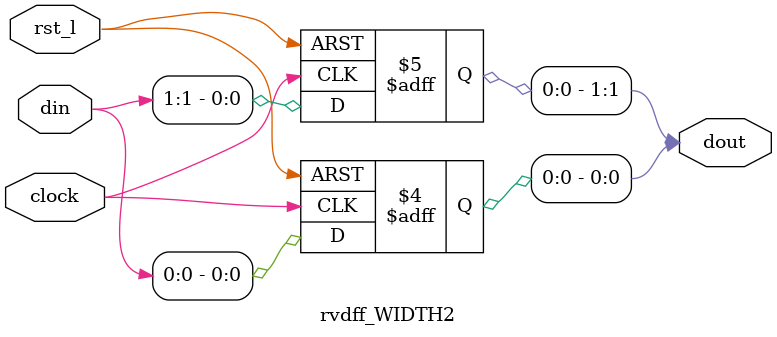
<source format=v>
module rvdff_WIDTH2
(
  din,
  clock,
  rst_l,
  dout
);
  input [1:0] din;
  output [1:0] dout;
  input clock;
  input rst_l;
  wire N0;
  reg [1:0] dout;
  always @(posedge clock or posedge N0) begin
    if(N0) begin
      dout[1] <= 1'b0;
    end else if(1'b1) begin
      dout[1] <= din[1];
    end
  end
  always @(posedge clock or posedge N0) begin
    if(N0) begin
      dout[0] <= 1'b0;
    end else if(1'b1) begin
      dout[0] <= din[0];
    end
  end
  assign N0 = ~rst_l;
endmodule
</source>
